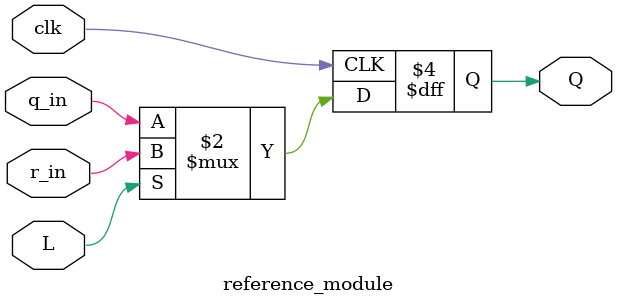
<source format=sv>
module reference_module(
	input clk,
	input L,
	input q_in,
	input r_in,
	output reg Q);

	initial Q=0;
	always @(posedge clk)
		Q <= L ? r_in : q_in;
	
endmodule

</source>
